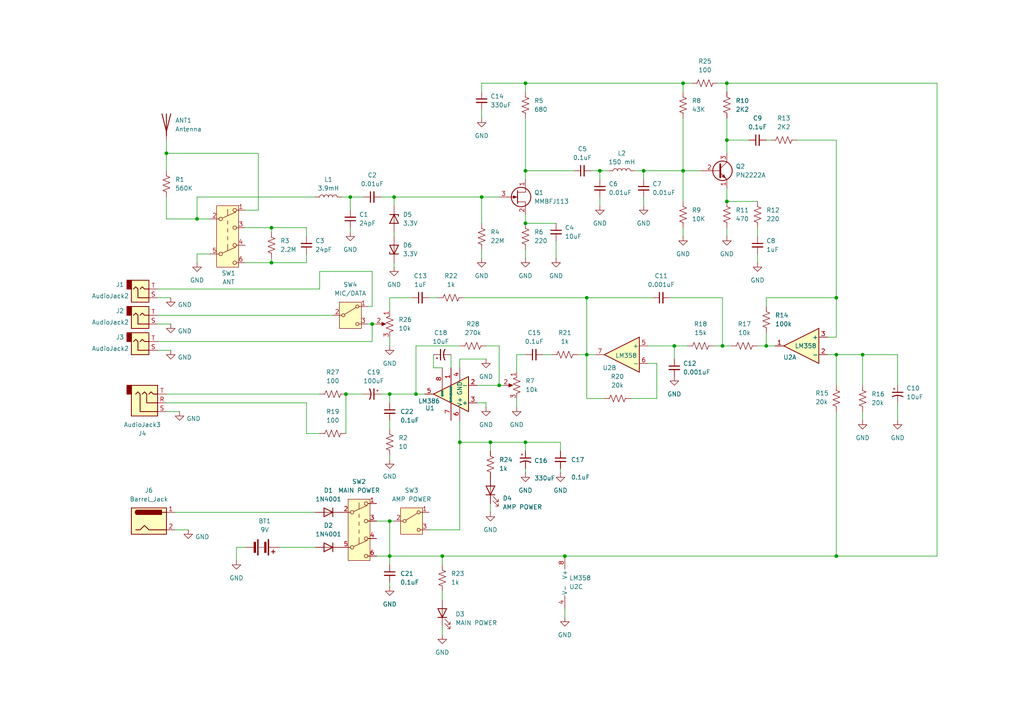
<source format=kicad_sch>
(kicad_sch (version 20231120) (generator "eeschema") (generator_version "8.0")
  (paper "A4")
  (title_block (title "VLF-3 RADIO RECEIVER KIT") (date "2024-09-16") (rev "1C") (company "INSPIRE ") (comment 1 "The INSPIRE Project, Inc. is a NASA educational portfolio program."))
  (lib_symbols
    (symbol "Amplifier_Audio:LM386" (pin_names (offset 0.127))
      (property "Reference" "U" (at 1.27 7.62 0))
      (property "Value" "LM386" (at 1.27 5.08 0))
      (symbol "LM386_1_1"
        (pin input line (at 0 -7.62 90) (length 5.08) (name "GAIN") (number "1"))
        (pin input line (at -7.62 -2.54 0) (length 2.54) (name "-") (number "2"))
        (pin input line (at -7.62 2.54 0) (length 2.54) (name "+") (number "3"))
        (pin power_in line (at -2.54 -7.62 90) (length 3.81) (name "GND") (number "4"))
        (pin output line (at 7.62 0 180) (length 2.54) (name "~") (number "5"))
        (pin power_in line (at -2.54 7.62 270) (length 3.81) (name "V+") (number "6"))
        (pin input line (at 0 7.62 270) (length 5.08) (name "BYPASS") (number "7"))
        (pin input line (at 2.54 -7.62 90) (length 6.35) (name "GAIN") (number "8"))
      )
    )
    (symbol "Amplifier_Operational:LM358" (pin_names (offset 0.127))
      (property "Reference" "U" (at 0 5.08 0))
      (property "Value" "LM358" (at 0 -5.08 0))
      (symbol "LM358_1_1"
        (pin output line (at 7.62 0 180) (length 2.54) (name "~") (number "1"))
        (pin input line (at -7.62 -2.54 0) (length 2.54) (name "-") (number "2"))
        (pin input line (at -7.62 2.54 0) (length 2.54) (name "+") (number "3"))
      )
      (symbol "LM358_2_1"
        (pin input line (at -7.62 2.54 0) (length 2.54) (name "+") (number "5"))
        (pin input line (at -7.62 -2.54 0) (length 2.54) (name "-") (number "6"))
        (pin output line (at 7.62 0 180) (length 2.54) (name "~") (number "7"))
      )
      (symbol "LM358_3_1"
        (pin power_in line (at -2.54 -7.62 90) (length 3.81) (name "V-") (number "4"))
        (pin power_in line (at -2.54 7.62 270) (length 3.81) (name "V+") (number "8"))
      )
    )
    (symbol "Connector:Barrel_Jack" (pin_names (offset 1.016))
      (property "Reference" "J" (at 0 5.334 0))
      (property "Value" "Barrel_Jack" (at 0 -5.08 0))
      (symbol "Barrel_Jack_1_1"
        (pin passive line (at 7.62 2.54 180) (length 2.54) (name "~") (number "1"))
        (pin passive line (at 7.62 -2.54 180) (length 2.54) (name "~") (number "2"))
      )
    )
    (symbol "Connector_Audio:AudioJack2"
      (property "Reference" "J" (at 0 8.89 0))
      (property "Value" "AudioJack2" (at 0 6.35 0))
      (symbol "AudioJack2_1_1"
        (pin passive line (at 5.08 2.54 180) (length 2.54) (name "~") (number "S"))
        (pin passive line (at 5.08 0 180) (length 2.54) (name "~") (number "T"))
      )
    )
    (symbol "Connector_Audio:AudioJack3"
      (property "Reference" "J" (at 0 8.89 0))
      (property "Value" "AudioJack3" (at 0 6.35 0))
      (symbol "AudioJack3_1_1"
        (pin passive line (at 5.08 0 180) (length 2.54) (name "~") (number "R"))
        (pin passive line (at 5.08 2.54 180) (length 2.54) (name "~") (number "S"))
        (pin passive line (at 5.08 -2.54 180) (length 2.54) (name "~") (number "T"))
      )
    )
    (symbol "Device:Antenna" (pin_numbers hide) (pin_names (offset 1.016) hide)
      (property "Reference" "AE" (at -1.905 1.905 0))
      (property "Value" "Antenna" (at -1.905 0 0))
      (symbol "Antenna_1_1"
        (pin input line (at 0 -5.08 90) (length 2.54) (name "A") (number "1"))
      )
    )
    (symbol "Device:Battery" (pin_numbers hide) (pin_names (offset 0) hide)
      (property "Reference" "BT" (at 2.54 2.54 0))
      (property "Value" "Battery" (at 2.54 0 0))
      (symbol "Battery_1_1"
        (pin passive line (at 0 5.08 270) (length 2.54) (name "+") (number "1"))
        (pin passive line (at 0 -5.08 90) (length 2.54) (name "-") (number "2"))
      )
    )
    (symbol "Device:C_Polarized_Small_US" (pin_numbers hide) (pin_names (offset 0.254) hide)
      (property "Reference" "C" (at 0.254 1.778 0))
      (property "Value" "C_Polarized_Small_US" (at 0.254 -2.032 0))
      (symbol "C_Polarized_Small_US_1_1"
        (pin passive line (at 0 2.54 270) (length 2.032) (name "~") (number "1"))
        (pin passive line (at 0 -2.54 90) (length 2.032) (name "~") (number "2"))
      )
    )
    (symbol "Device:C_Small" (pin_numbers hide) (pin_names (offset 0.254) hide)
      (property "Reference" "C" (at 0.254 1.778 0))
      (property "Value" "C_Small" (at 0.254 -2.032 0))
      (symbol "C_Small_1_1"
        (pin passive line (at 0 2.54 270) (length 2.032) (name "~") (number "1"))
        (pin passive line (at 0 -2.54 90) (length 2.032) (name "~") (number "2"))
      )
    )
    (symbol "Device:D_Zener" (pin_numbers hide) (pin_names (offset 1.016) hide)
      (property "Reference" "D" (at 0 2.54 0))
      (property "Value" "D_Zener" (at 0 -2.54 0))
      (symbol "D_Zener_1_1"
        (pin passive line (at -3.81 0 0) (length 2.54) (name "K") (number "1"))
        (pin passive line (at 3.81 0 180) (length 2.54) (name "A") (number "2"))
      )
    )
    (symbol "Device:L" (pin_numbers hide) (pin_names (offset 1.016) hide)
      (property "Reference" "L" (at -1.27 0 90))
      (property "Value" "L" (at 1.905 0 90))
      (symbol "L_1_1"
        (pin passive line (at 0 3.81 270) (length 1.27) (name "1") (number "1"))
        (pin passive line (at 0 -3.81 90) (length 1.27) (name "2") (number "2"))
      )
    )
    (symbol "Device:LED" (pin_numbers hide) (pin_names (offset 1.016) hide)
      (property "Reference" "D" (at 0 2.54 0))
      (property "Value" "LED" (at 0 -2.54 0))
      (symbol "LED_1_1"
        (pin passive line (at -3.81 0 0) (length 2.54) (name "K") (number "1"))
        (pin passive line (at 3.81 0 180) (length 2.54) (name "A") (number "2"))
      )
    )
    (symbol "Device:R_Potentiometer_US" (pin_names (offset 1.016) hide)
      (property "Reference" "RV" (at -4.445 0 90))
      (property "Value" "R_Potentiometer_US" (at -2.54 0 90))
      (symbol "R_Potentiometer_US_1_1"
        (pin passive line (at 0 3.81 270) (length 1.27) (name "1") (number "1"))
        (pin passive line (at 3.81 0 180) (length 1.27) (name "2") (number "2"))
        (pin passive line (at 0 -3.81 90) (length 1.27) (name "3") (number "3"))
      )
    )
    (symbol "Device:R_US" (pin_numbers hide) (pin_names (offset 0))
      (property "Reference" "R" (at 2.54 0 90))
      (property "Value" "R_US" (at -2.54 0 90))
      (symbol "R_US_1_1"
        (pin passive line (at 0 3.81 270) (length 1.27) (name "~") (number "1"))
        (pin passive line (at 0 -3.81 90) (length 1.27) (name "~") (number "2"))
      )
    )
    (symbol "Diode:1N4001" (pin_numbers hide) (pin_names hide)
      (property "Reference" "D" (at 0 2.54 0))
      (property "Value" "1N4001" (at 0 -2.54 0))
      (symbol "1N4001_1_1"
        (pin passive line (at -3.81 0 0) (length 2.54) (name "K") (number "1"))
        (pin passive line (at 3.81 0 180) (length 2.54) (name "A") (number "2"))
      )
    )
    (symbol "Switch:SW_Push_DPDT" (pin_names (offset 0) hide)
      (property "Reference" "SW" (at 0 10.16 0))
      (property "Value" "SW_Push_DPDT" (at 0 -10.16 0))
      (symbol "SW_Push_DPDT_1_1"
        (pin passive line (at 5.08 7.62 180) (length 2.54) (name "A") (number "1"))
        (pin passive line (at -5.08 5.08 0) (length 2.54) (name "B") (number "2"))
        (pin passive line (at 5.08 2.54 180) (length 2.54) (name "C") (number "3"))
        (pin passive line (at 5.08 -2.54 180) (length 2.54) (name "A") (number "4"))
        (pin passive line (at -5.08 -5.08 0) (length 2.54) (name "B") (number "5"))
        (pin passive line (at 5.08 -7.62 180) (length 2.54) (name "C") (number "6"))
      )
    )
    (symbol "Switch:SW_SPDT" (pin_names (offset 0) hide)
      (property "Reference" "SW" (at 0 5.08 0))
      (property "Value" "SW_SPDT" (at 0 -5.08 0))
      (symbol "SW_SPDT_1_1"
        (pin passive line (at 5.08 2.54 180) (length 2.54) (name "A") (number "1"))
        (pin passive line (at -5.08 0 0) (length 2.54) (name "B") (number "2"))
        (pin passive line (at 5.08 -2.54 180) (length 2.54) (name "C") (number "3"))
      )
    )
    (symbol "Transistor_BJT:PN2222A" (pin_names (offset 0) hide)
      (property "Reference" "Q" (at 5.08 1.905 0))
      (property "Value" "PN2222A" (at 5.08 0 0))
      (symbol "PN2222A_1_1"
        (pin passive line (at 2.54 -5.08 90) (length 2.54) (name "E") (number "1"))
        (pin input line (at -5.08 0 0) (length 5.08) (name "B") (number "2"))
        (pin passive line (at 2.54 5.08 270) (length 2.54) (name "C") (number "3"))
      )
    )
    (symbol "Transistor_FET:MMBFJ113" (pin_names hide)
      (property "Reference" "Q" (at 5.08 1.905 0))
      (property "Value" "MMBFJ113" (at 5.08 0 0))
      (symbol "MMBFJ113_1_1"
        (pin passive line (at 2.54 5.08 270) (length 2.54) (name "D") (number "1"))
        (pin passive line (at 2.54 -5.08 90) (length 2.54) (name "S") (number "2"))
        (pin input line (at -5.08 0 0) (length 2.54) (name "G") (number "3"))
      )
    )
    (symbol "power:GND" (power) (pin_numbers hide) (pin_names (offset 0) hide)
      (property "Value" "GND" (at 0 -3.81 0))
      (symbol "GND_1_1"
        (pin power_in line (at 0 0 270) (length 0) (name "~") (number "1"))
      )
    )
  )
  (junction (at 48.26 44.45))
  (junction (at 210.82 40.64))
  (junction (at 78.74 76.2))
  (junction (at 78.74 66.04))
  (junction (at 250.19 102.87))
  (junction (at 170.18 86.36))
  (junction (at 152.4 128.27))
  (junction (at 101.6 57.15))
  (junction (at 139.7 57.15))
  (junction (at 128.27 161.29))
  (junction (at 152.4 24.13))
  (junction (at 114.3 57.15))
  (junction (at 210.82 24.13))
  (junction (at 120.65 114.3))
  (junction (at 113.03 161.29))
  (junction (at 144.78 111.76))
  (junction (at 242.57 86.36))
  (junction (at 113.03 151.13))
  (junction (at 173.99 49.53))
  (junction (at 100.33 114.3))
  (junction (at 163.83 161.29))
  (junction (at 195.58 100.33))
  (junction (at 170.18 102.87))
  (junction (at 113.03 114.3))
  (junction (at 242.57 161.29))
  (junction (at 222.25 100.33))
  (junction (at 198.12 24.13))
  (junction (at 142.24 128.27))
  (junction (at 133.35 128.27))
  (junction (at 242.57 102.87))
  (junction (at 152.4 49.53))
  (junction (at 209.55 100.33))
  (junction (at 198.12 49.53))
  (junction (at 210.82 58.42))
  (junction (at 186.69 49.53))
  (junction (at 107.95 93.98))
  (junction (at 152.4 64.77))
  (junction (at 57.15 63.5))
  (wire (pts (xy 45.72 86.36) (xy 49.53 86.36)))
  (wire (pts (xy 142.24 130.81) (xy 142.24 128.27)))
  (wire (pts (xy 152.4 128.27) (xy 162.56 128.27)))
  (wire (pts (xy 207.01 100.33) (xy 209.55 100.33)))
  (wire (pts (xy 48.26 63.5) (xy 57.15 63.5)))
  (wire (pts (xy 222.25 40.64) (xy 223.52 40.64)))
  (wire (pts (xy 242.57 86.36) (xy 222.25 86.36)))
  (wire (pts (xy 186.69 57.15) (xy 186.69 59.69)))
  (wire (pts (xy 152.4 34.29) (xy 152.4 49.53)))
  (wire (pts (xy 142.24 146.05) (xy 142.24 148.59)))
  (wire (pts (xy 48.26 44.45) (xy 48.26 49.53)))
  (wire (pts (xy 113.03 132.08) (xy 113.03 133.35)))
  (wire (pts (xy 231.14 40.64) (xy 242.57 40.64)))
  (wire (pts (xy 186.69 49.53) (xy 186.69 52.07)))
  (wire (pts (xy 242.57 161.29) (xy 271.78 161.29)))
  (wire (pts (xy 139.7 26.67) (xy 139.7 24.13)))
  (wire (pts (xy 101.6 57.15) (xy 105.41 57.15)))
  (wire (pts (xy 198.12 58.42) (xy 198.12 49.53)))
  (wire (pts (xy 109.22 151.13) (xy 113.03 151.13)))
  (wire (pts (xy 45.72 83.82) (xy 92.71 83.82)))
  (wire (pts (xy 78.74 66.04) (xy 88.9 66.04)))
  (wire (pts (xy 78.74 66.04) (xy 78.74 67.31)))
  (wire (pts (xy 152.4 64.77) (xy 161.29 64.77)))
  (wire (pts (xy 152.4 24.13) (xy 152.4 26.67)))
  (wire (pts (xy 152.4 24.13) (xy 198.12 24.13)))
  (wire (pts (xy 107.95 99.06) (xy 107.95 93.98)))
  (wire (pts (xy 48.26 57.15) (xy 48.26 63.5)))
  (wire (pts (xy 242.57 97.79) (xy 242.57 86.36)))
  (wire (pts (xy 170.18 102.87) (xy 170.18 86.36)))
  (wire (pts (xy 198.12 34.29) (xy 198.12 49.53)))
  (wire (pts (xy 222.25 100.33) (xy 224.79 100.33)))
  (wire (pts (xy 133.35 104.14) (xy 140.97 104.14)))
  (wire (pts (xy 133.35 100.33) (xy 120.65 100.33)))
  (wire (pts (xy 101.6 66.04) (xy 101.6 67.31)))
  (wire (pts (xy 149.86 102.87) (xy 149.86 107.95)))
  (wire (pts (xy 68.58 158.75) (xy 71.12 158.75)))
  (wire (pts (xy 172.72 102.87) (xy 170.18 102.87)))
  (wire (pts (xy 113.03 121.92) (xy 113.03 124.46)))
  (wire (pts (xy 271.78 24.13) (xy 210.82 24.13)))
  (wire (pts (xy 113.03 151.13) (xy 113.03 161.29)))
  (wire (pts (xy 157.48 102.87) (xy 160.02 102.87)))
  (wire (pts (xy 113.03 161.29) (xy 109.22 161.29)))
  (wire (pts (xy 92.71 78.74) (xy 107.95 78.74)))
  (wire (pts (xy 113.03 151.13) (xy 114.3 151.13)))
  (wire (pts (xy 242.57 40.64) (xy 242.57 86.36)))
  (wire (pts (xy 222.25 96.52) (xy 222.25 100.33)))
  (wire (pts (xy 81.28 158.75) (xy 91.44 158.75)))
  (wire (pts (xy 120.65 114.3) (xy 123.19 114.3)))
  (wire (pts (xy 152.4 49.53) (xy 166.37 49.53)))
  (wire (pts (xy 242.57 102.87) (xy 242.57 111.76)))
  (wire (pts (xy 210.82 34.29) (xy 210.82 40.64)))
  (wire (pts (xy 190.5 115.57) (xy 182.88 115.57)))
  (wire (pts (xy 198.12 49.53) (xy 203.2 49.53)))
  (wire (pts (xy 114.3 76.2) (xy 114.3 77.47)))
  (wire (pts (xy 107.95 78.74) (xy 107.95 88.9)))
  (wire (pts (xy 48.26 119.38) (xy 52.07 119.38)))
  (wire (pts (xy 163.83 161.29) (xy 242.57 161.29)))
  (wire (pts (xy 92.71 83.82) (xy 92.71 78.74)))
  (wire (pts (xy 100.33 114.3) (xy 100.33 125.73)))
  (wire (pts (xy 210.82 24.13) (xy 210.82 26.67)))
  (wire (pts (xy 114.3 59.69) (xy 114.3 57.15)))
  (wire (pts (xy 163.83 179.07) (xy 163.83 176.53)))
  (wire (pts (xy 144.78 111.76) (xy 146.05 111.76)))
  (wire (pts (xy 124.46 153.67) (xy 133.35 153.67)))
  (wire (pts (xy 195.58 100.33) (xy 195.58 104.14)))
  (wire (pts (xy 210.82 40.64) (xy 217.17 40.64)))
  (wire (pts (xy 152.4 62.23) (xy 152.4 64.77)))
  (wire (pts (xy 140.97 116.84) (xy 140.97 118.11)))
  (wire (pts (xy 139.7 57.15) (xy 139.7 64.77)))
  (wire (pts (xy 113.03 114.3) (xy 120.65 114.3)))
  (wire (pts (xy 133.35 128.27) (xy 142.24 128.27)))
  (wire (pts (xy 113.03 161.29) (xy 128.27 161.29)))
  (wire (pts (xy 57.15 57.15) (xy 57.15 63.5)))
  (wire (pts (xy 100.33 114.3) (xy 105.41 114.3)))
  (wire (pts (xy 187.96 105.41) (xy 190.5 105.41)))
  (wire (pts (xy 162.56 128.27) (xy 162.56 130.81)))
  (wire (pts (xy 88.9 76.2) (xy 88.9 73.66)))
  (wire (pts (xy 113.03 170.18) (xy 113.03 168.91)))
  (wire (pts (xy 45.72 93.98) (xy 49.53 93.98)))
  (wire (pts (xy 210.82 44.45) (xy 210.82 40.64)))
  (wire (pts (xy 71.12 76.2) (xy 78.74 76.2)))
  (wire (pts (xy 195.58 100.33) (xy 199.39 100.33)))
  (wire (pts (xy 250.19 119.38) (xy 250.19 121.92)))
  (wire (pts (xy 250.19 111.76) (xy 250.19 102.87)))
  (wire (pts (xy 200.66 24.13) (xy 198.12 24.13)))
  (wire (pts (xy 101.6 60.96) (xy 101.6 57.15)))
  (wire (pts (xy 222.25 86.36) (xy 222.25 88.9)))
  (wire (pts (xy 152.4 137.16) (xy 152.4 135.89)))
  (wire (pts (xy 209.55 100.33) (xy 212.09 100.33)))
  (wire (pts (xy 88.9 116.84) (xy 88.9 125.73)))
  (wire (pts (xy 114.3 67.31) (xy 114.3 68.58)))
  (wire (pts (xy 45.72 91.44) (xy 96.52 91.44)))
  (wire (pts (xy 138.43 116.84) (xy 140.97 116.84)))
  (wire (pts (xy 128.27 161.29) (xy 163.83 161.29)))
  (wire (pts (xy 242.57 102.87) (xy 250.19 102.87)))
  (wire (pts (xy 187.96 100.33) (xy 195.58 100.33)))
  (wire (pts (xy 210.82 58.42) (xy 219.71 58.42)))
  (wire (pts (xy 78.74 74.93) (xy 78.74 76.2)))
  (wire (pts (xy 107.95 93.98) (xy 109.22 93.98)))
  (wire (pts (xy 138.43 111.76) (xy 144.78 111.76)))
  (wire (pts (xy 152.4 128.27) (xy 152.4 130.81)))
  (wire (pts (xy 128.27 171.45) (xy 128.27 173.99)))
  (wire (pts (xy 260.35 111.76) (xy 260.35 102.87)))
  (wire (pts (xy 128.27 106.68) (xy 125.73 106.68)))
  (wire (pts (xy 124.46 86.36) (xy 127 86.36)))
  (wire (pts (xy 57.15 63.5) (xy 60.96 63.5)))
  (wire (pts (xy 173.99 49.53) (xy 173.99 52.07)))
  (wire (pts (xy 198.12 24.13) (xy 198.12 26.67)))
  (wire (pts (xy 130.81 102.87) (xy 130.81 106.68)))
  (wire (pts (xy 119.38 86.36) (xy 113.03 86.36)))
  (wire (pts (xy 50.8 153.67) (xy 54.61 153.67)))
  (wire (pts (xy 113.03 86.36) (xy 113.03 90.17)))
  (wire (pts (xy 271.78 161.29) (xy 271.78 24.13)))
  (wire (pts (xy 88.9 66.04) (xy 88.9 68.58)))
  (wire (pts (xy 173.99 57.15) (xy 173.99 59.69)))
  (wire (pts (xy 170.18 115.57) (xy 170.18 102.87)))
  (wire (pts (xy 134.62 86.36) (xy 170.18 86.36)))
  (wire (pts (xy 68.58 158.75) (xy 68.58 162.56)))
  (wire (pts (xy 133.35 128.27) (xy 133.35 153.67)))
  (wire (pts (xy 113.03 161.29) (xy 113.03 163.83)))
  (wire (pts (xy 209.55 86.36) (xy 209.55 100.33)))
  (wire (pts (xy 173.99 49.53) (xy 176.53 49.53)))
  (wire (pts (xy 45.72 101.6) (xy 49.53 101.6)))
  (wire (pts (xy 162.56 137.16) (xy 162.56 135.89)))
  (wire (pts (xy 198.12 66.04) (xy 198.12 68.58)))
  (wire (pts (xy 240.03 102.87) (xy 242.57 102.87)))
  (wire (pts (xy 175.26 115.57) (xy 170.18 115.57)))
  (wire (pts (xy 133.35 106.68) (xy 133.35 104.14)))
  (wire (pts (xy 210.82 54.61) (xy 210.82 58.42)))
  (wire (pts (xy 48.26 114.3) (xy 92.71 114.3)))
  (wire (pts (xy 219.71 100.33) (xy 222.25 100.33)))
  (wire (pts (xy 219.71 66.04) (xy 219.71 68.58)))
  (wire (pts (xy 260.35 116.84) (xy 260.35 121.92)))
  (wire (pts (xy 161.29 69.85) (xy 161.29 74.93)))
  (wire (pts (xy 208.28 24.13) (xy 210.82 24.13)))
  (wire (pts (xy 240.03 97.79) (xy 242.57 97.79)))
  (wire (pts (xy 48.26 116.84) (xy 88.9 116.84)))
  (wire (pts (xy 114.3 57.15) (xy 139.7 57.15)))
  (wire (pts (xy 48.26 44.45) (xy 74.93 44.45)))
  (wire (pts (xy 149.86 115.57) (xy 149.86 118.11)))
  (wire (pts (xy 128.27 181.61) (xy 128.27 184.15)))
  (wire (pts (xy 139.7 72.39) (xy 139.7 74.93)))
  (wire (pts (xy 113.03 116.84) (xy 113.03 114.3)))
  (wire (pts (xy 186.69 49.53) (xy 198.12 49.53)))
  (wire (pts (xy 128.27 161.29) (xy 128.27 163.83)))
  (wire (pts (xy 152.4 102.87) (xy 149.86 102.87)))
  (wire (pts (xy 113.03 97.79) (xy 113.03 100.33)))
  (wire (pts (xy 91.44 57.15) (xy 57.15 57.15)))
  (wire (pts (xy 71.12 60.96) (xy 74.93 60.96)))
  (wire (pts (xy 99.06 57.15) (xy 101.6 57.15)))
  (wire (pts (xy 106.68 88.9) (xy 107.95 88.9)))
  (wire (pts (xy 139.7 24.13) (xy 152.4 24.13)))
  (wire (pts (xy 171.45 49.53) (xy 173.99 49.53)))
  (wire (pts (xy 144.78 111.76) (xy 144.78 100.33)))
  (wire (pts (xy 142.24 128.27) (xy 152.4 128.27)))
  (wire (pts (xy 242.57 161.29) (xy 242.57 119.38)))
  (wire (pts (xy 190.5 105.41) (xy 190.5 115.57)))
  (wire (pts (xy 144.78 57.15) (xy 139.7 57.15)))
  (wire (pts (xy 74.93 60.96) (xy 74.93 44.45)))
  (wire (pts (xy 184.15 49.53) (xy 186.69 49.53)))
  (wire (pts (xy 50.8 148.59) (xy 91.44 148.59)))
  (wire (pts (xy 170.18 86.36) (xy 189.23 86.36)))
  (wire (pts (xy 133.35 121.92) (xy 133.35 128.27)))
  (wire (pts (xy 219.71 73.66) (xy 219.71 76.2)))
  (wire (pts (xy 106.68 93.98) (xy 107.95 93.98)))
  (wire (pts (xy 110.49 57.15) (xy 114.3 57.15)))
  (wire (pts (xy 45.72 99.06) (xy 107.95 99.06)))
  (wire (pts (xy 125.73 106.68) (xy 125.73 102.87)))
  (wire (pts (xy 120.65 100.33) (xy 120.65 114.3)))
  (wire (pts (xy 152.4 52.07) (xy 152.4 49.53)))
  (wire (pts (xy 48.26 40.64) (xy 48.26 44.45)))
  (wire (pts (xy 110.49 114.3) (xy 113.03 114.3)))
  (wire (pts (xy 78.74 76.2) (xy 88.9 76.2)))
  (wire (pts (xy 71.12 66.04) (xy 78.74 66.04)))
  (wire (pts (xy 194.31 86.36) (xy 209.55 86.36)))
  (wire (pts (xy 167.64 102.87) (xy 170.18 102.87)))
  (wire (pts (xy 57.15 73.66) (xy 57.15 76.2)))
  (wire (pts (xy 152.4 72.39) (xy 152.4 74.93)))
  (wire (pts (xy 60.96 73.66) (xy 57.15 73.66)))
  (wire (pts (xy 140.97 100.33) (xy 144.78 100.33)))
  (wire (pts (xy 260.35 102.87) (xy 250.19 102.87)))
  (wire (pts (xy 139.7 31.75) (xy 139.7 34.29)))
  (wire (pts (xy 88.9 125.73) (xy 92.71 125.73)))
  (wire (pts (xy 210.82 66.04) (xy 210.82 68.58)))
  (symbol (lib_id "Device:C_Small") (at 186.69 54.61 0) (unit 1)
    (property "Reference" "C7" (at 189.23 53.3462 0) (effects (justify left)))
    (property "Value" "0.01uF" (at 189.23 55.8862 0) (effects (justify left)))
    (property "Footprint" "Capacitor_THT:C_Disc_D6.0mm_W2.5mm_P5.00mm" (effects (hide yes)))
    (property "Description" "Unpolarized capacitor, small symbol" (effects (hide yes)))
  )
  (symbol (lib_id "Device:R_US") (at 163.83 102.87 90) (unit 1)
    (property "Reference" "R21" (at 163.83 96.52 90))
    (property "Value" "1k" (at 163.83 99.06 90))
    (property "Footprint" "Resistor_THT:R_Axial_DIN0204_L3.6mm_D1.6mm_P7.62mm_Horizontal" (effects (hide yes)))
    (property "Description" "Resistor, US symbol" (effects (hide yes)))
  )
  (symbol (lib_id "Device:C_Small") (at 168.91 49.53 90) (unit 1)
    (property "Reference" "C5" (at 168.9163 43.18 90))
    (property "Value" "0.1uF" (at 168.9163 45.72 90))
    (property "Footprint" "Capacitor_THT:C_Disc_D6.0mm_W2.5mm_P5.00mm" (effects (hide yes)))
    (property "Description" "Unpolarized capacitor, small symbol" (effects (hide yes)))
  )
  (symbol (lib_id "power:GND") (at 139.7 74.93 0) (unit 1)
    (property "Reference" "#PWR022" (effects (hide yes)))
    (property "Value" "GND" (at 139.7 80.01 0))
    (property "Description" "Power symbol creates a global label with name \"GND\" , ground" (effects (hide yes)))
  )
  (symbol (lib_id "power:GND") (at 113.03 100.33 0) (unit 1)
    (property "Reference" "#PWR014" (effects (hide yes)))
    (property "Value" "GND" (at 113.03 105.41 0))
    (property "Description" "Power symbol creates a global label with name \"GND\" , ground" (effects (hide yes)))
  )
  (symbol (lib_id "Transistor_BJT:PN2222A") (at 208.28 49.53 0) (unit 1)
    (property "Reference" "Q2" (at 213.36 48.2599 0) (effects (justify left)))
    (property "Value" "PN2222A" (at 213.36 50.7999 0) (effects (justify left)))
    (property "Footprint" "Package_TO_SOT_THT:TO-92_Inline" (effects (hide yes)))
    (property "Datasheet" "https://www.onsemi.com/pub/Collateral/PN2222-D.PDF" (effects (hide yes)))
    (property "Description" "1A Ic, 40V Vce, NPN Transistor, General Purpose Transistor, TO-92" (effects (hide yes)))
  )
  (symbol (lib_id "Device:R_US") (at 137.16 100.33 90) (unit 1)
    (property "Reference" "R28" (at 137.16 93.98 90))
    (property "Value" "270k" (at 137.16 96.52 90))
    (property "Footprint" "Resistor_THT:R_Axial_DIN0204_L3.6mm_D1.6mm_P7.62mm_Horizontal" (effects (hide yes)))
    (property "Description" "Resistor, US symbol" (effects (hide yes)))
  )
  (symbol (lib_id "Connector_Audio:AudioJack3") (at 43.18 116.84 0) (mirror x) (unit 1)
    (property "Reference" "J4" (at 41.275 125.73 0))
    (property "Value" "AudioJack3" (at 41.275 123.19 0))
    (property "Footprint" "Connector_Audio:Jack_3.5mm_PJ320D_Horizontal" (effects (hide yes)))
    (property "Description" "Audio Jack, 3 Poles (Stereo / TRS)" (effects (hide yes)))
  )
  (symbol (lib_id "Device:R_US") (at 152.4 68.58 0) (unit 1)
    (property "Reference" "R6" (at 154.94 67.3099 0) (effects (justify left)))
    (property "Value" "220" (at 154.94 69.8499 0) (effects (justify left)))
    (property "Footprint" "Resistor_THT:R_Axial_DIN0204_L3.6mm_D1.6mm_P7.62mm_Horizontal" (effects (hide yes)))
    (property "Description" "Resistor, US symbol" (effects (hide yes)))
  )
  (symbol (lib_id "Device:C_Polarized_Small_US") (at 107.95 114.3 270) (unit 1)
    (property "Reference" "C19" (at 108.3818 107.95 90))
    (property "Value" "100uF" (at 108.3818 110.49 90))
    (property "Footprint" "Capacitor_THT:CP_Radial_D5.0mm_P2.50mm" (effects (hide yes)))
    (property "Description" "Polarized capacitor, small US symbol" (effects (hide yes)))
  )
  (symbol (lib_id "Device:R_US") (at 227.33 40.64 90) (unit 1)
    (property "Reference" "R13" (at 227.33 34.29 90))
    (property "Value" "2K2" (at 227.33 36.83 90))
    (property "Footprint" "Resistor_THT:R_Axial_DIN0204_L3.6mm_D1.6mm_P7.62mm_Horizontal" (effects (hide yes)))
    (property "Description" "Resistor, US symbol" (effects (hide yes)))
  )
  (symbol (lib_id "power:GND") (at 140.97 104.14 0) (unit 1)
    (property "Reference" "#PWR07" (effects (hide yes)))
    (property "Value" "GND" (at 140.97 109.22 0))
    (property "Description" "Power symbol creates a global label with name \"GND\" , ground" (effects (hide yes)))
  )
  (symbol (lib_id "power:GND") (at 68.58 162.56 0) (unit 1)
    (property "Reference" "#PWR033" (effects (hide yes)))
    (property "Value" "GND" (at 68.58 167.64 0))
    (property "Description" "Power symbol creates a global label with name \"GND\" , ground" (effects (hide yes)))
  )
  (symbol (lib_id "Device:C_Small") (at 195.58 106.68 0) (unit 1)
    (property "Reference" "C12" (at 198.12 105.4162 0) (effects (justify left)))
    (property "Value" "0.001uF" (at 198.12 107.9562 0) (effects (justify left)))
    (property "Footprint" "Capacitor_THT:C_Disc_D6.0mm_W2.5mm_P5.00mm" (effects (hide yes)))
    (property "Description" "Unpolarized capacitor, small symbol" (effects (hide yes)))
  )
  (symbol (lib_id "Switch:SW_Push_DPDT") (at 66.04 68.58 0) (unit 1)
    (property "Reference" "SW1" (at 66.294 79.248 0))
    (property "Value" "ANT" (at 66.294 81.788 0))
    (property "Footprint" "Button_Switch_THT:SW_Push_2P2T_Toggle_CK_PVA2OAH5xxxxxxV2" (effects (hide yes)))
    (property "Description" "Momentary Switch, dual pole double throw" (effects (hide yes)))
  )
  (symbol (lib_id "Connector_Audio:AudioJack2") (at 40.64 91.44 0) (mirror x) (unit 1)
    (property "Reference" "J2" (at 34.798 90.17 0))
    (property "Value" "AudioJack2" (at 32.004 93.472 0))
    (property "Footprint" "Connector_Audio:Jack_3.5mm_CUI_SJ1-3533NG_Horizontal_CircularHoles" (effects (hide yes)))
    (property "Description" "Audio Jack, 2 Poles (Mono / TS)" (effects (hide yes)))
  )
  (symbol (lib_id "power:GND") (at 49.53 86.36 0) (unit 1)
    (property "Reference" "#PWR015" (effects (hide yes)))
    (property "Value" "GND" (at 53.594 88.392 0))
    (property "Description" "Power symbol creates a global label with name \"GND\" , ground" (effects (hide yes)))
  )
  (symbol (lib_id "power:GND") (at 195.58 109.22 0) (unit 1)
    (property "Reference" "#PWR08" (effects (hide yes)))
    (property "Value" "GND" (at 195.58 114.3 0))
    (property "Description" "Power symbol creates a global label with name \"GND\" , ground" (effects (hide yes)))
  )
  (symbol (lib_id "Device:C_Small") (at 154.94 102.87 90) (unit 1)
    (property "Reference" "C15" (at 154.9463 96.52 90))
    (property "Value" "0.1uF" (at 154.9463 99.06 90))
    (property "Footprint" "Capacitor_THT:C_Disc_D6.0mm_W2.5mm_P5.00mm" (effects (hide yes)))
    (property "Description" "Unpolarized capacitor, small symbol" (effects (hide yes)))
  )
  (symbol (lib_id "Device:Battery") (at 76.2 158.75 270) (unit 1)
    (property "Reference" "BT1" (at 76.7715 151.13 90))
    (property "Value" "9V" (at 76.7715 153.67 90))
    (property "Description" "Multiple-cell battery" (effects (hide yes)))
  )
  (symbol (lib_id "power:GND") (at 101.6 67.31 0) (unit 1)
    (property "Reference" "#PWR026" (effects (hide yes)))
    (property "Value" "GND" (at 101.6 72.39 0))
    (property "Description" "Power symbol creates a global label with name \"GND\" , ground" (effects (hide yes)))
  )
  (symbol (lib_id "Device:C_Small") (at 113.03 166.37 0) (unit 1)
    (property "Reference" "C21" (at 116.078 166.37 0) (effects (justify left)))
    (property "Value" "0.1uF" (at 116.078 168.91 0) (effects (justify left)))
    (property "Footprint" "Capacitor_THT:C_Disc_D6.0mm_W2.5mm_P5.00mm" (effects (hide yes)))
    (property "Description" "Unpolarized capacitor, small symbol" (effects (hide yes)))
  )
  (symbol (lib_id "Device:R_US") (at 204.47 24.13 270) (unit 1)
    (property "Reference" "R25" (at 204.47 17.78 90))
    (property "Value" "100" (at 204.47 20.32 90))
    (property "Footprint" "Resistor_THT:R_Axial_DIN0204_L3.6mm_D1.6mm_P7.62mm_Horizontal" (effects (hide yes)))
    (property "Description" "Resistor, US symbol" (effects (hide yes)))
  )
  (symbol (lib_id "Switch:SW_SPDT") (at 119.38 151.13 0) (unit 1)
    (property "Reference" "SW3" (at 119.38 142.24 0))
    (property "Value" "AMP POWER" (at 119.38 144.78 0))
    (property "Footprint" "Button_Switch_THT:SW_E-Switch_EG1271_SPDT" (effects (hide yes)))
    (property "Description" "Switch, single pole double throw" (effects (hide yes)))
  )
  (symbol (lib_id "Switch:SW_Push_DPDT") (at 104.14 153.67 0) (unit 1)
    (property "Reference" "SW2" (at 104.14 139.7 0))
    (property "Value" "MAIN POWER" (at 104.14 142.24 0))
    (property "Footprint" "Button_Switch_THT:SW_Push_2P2T_Toggle_CK_PVA2OAH5xxxxxxV2" (effects (hide yes)))
    (property "Description" "Momentary Switch, dual pole double throw" (effects (hide yes)))
  )
  (symbol (lib_id "Device:R_US") (at 152.4 30.48 0) (unit 1)
    (property "Reference" "R5" (at 154.94 29.2099 0) (effects (justify left)))
    (property "Value" "680" (at 154.94 31.7499 0) (effects (justify left)))
    (property "Footprint" "Resistor_THT:R_Axial_DIN0204_L3.6mm_D1.6mm_P7.62mm_Horizontal" (effects (hide yes)))
    (property "Description" "Resistor, US symbol" (effects (hide yes)))
  )
  (symbol (lib_id "Amplifier_Operational:LM358") (at 180.34 102.87 0) (mirror y) (unit 2)
    (property "Reference" "U2" (at 176.784 106.68 0))
    (property "Value" "LM358" (at 181.61 103.124 0))
    (property "Footprint" "Package_DIP:DIP-8-16_W7.62mm_Socket_LongPads" (effects (hide yes)))
    (property "Datasheet" "http://www.ti.com/lit/ds/symlink/lm2904-n.pdf" (effects (hide yes)))
    (property "Description" "Low-Power, Dual Operational Amplifiers, DIP-8/SOIC-8/TO-99-8" (effects (hide yes)))
  )
  (symbol (lib_id "Device:C_Small") (at 219.71 71.12 0) (unit 1)
    (property "Reference" "C8" (at 222.25 69.8562 0) (effects (justify left)))
    (property "Value" "1uF" (at 222.25 72.3962 0) (effects (justify left)))
    (property "Footprint" "Capacitor_THT:C_Disc_D6.0mm_W2.5mm_P5.00mm" (effects (hide yes)))
    (property "Description" "Unpolarized capacitor, small symbol" (effects (hide yes)))
  )
  (symbol (lib_id "Device:R_US") (at 48.26 53.34 0) (unit 1)
    (property "Reference" "R1" (at 50.8 52.0699 0) (effects (justify left)))
    (property "Value" "560K" (at 50.8 54.6099 0) (effects (justify left)))
    (property "Footprint" "Resistor_THT:R_Axial_DIN0204_L3.6mm_D1.6mm_P7.62mm_Horizontal" (effects (hide yes)))
    (property "Description" "Resistor, US symbol" (effects (hide yes)))
  )
  (symbol (lib_id "power:GND") (at 198.12 68.58 0) (unit 1)
    (property "Reference" "#PWR016" (effects (hide yes)))
    (property "Value" "GND" (at 198.12 73.66 0))
    (property "Description" "Power symbol creates a global label with name \"GND\" , ground" (effects (hide yes)))
  )
  (symbol (lib_id "power:GND") (at 114.3 77.47 0) (unit 1)
    (property "Reference" "#PWR025" (effects (hide yes)))
    (property "Value" "GND" (at 114.3 82.55 0))
    (property "Description" "Power symbol creates a global label with name \"GND\" , ground" (effects (hide yes)))
  )
  (symbol (lib_id "Device:C_Polarized_Small_US") (at 128.27 102.87 90) (unit 1)
    (property "Reference" "C18" (at 127.8382 96.52 90))
    (property "Value" "10uF" (at 127.8382 99.06 90))
    (property "Footprint" "Capacitor_THT:CP_Radial_D5.0mm_P2.50mm" (effects (hide yes)))
    (property "Description" "Polarized capacitor, small US symbol" (effects (hide yes)))
  )
  (symbol (lib_id "Device:R_US") (at 198.12 62.23 0) (unit 1)
    (property "Reference" "R9" (at 200.66 60.9599 0) (effects (justify left)))
    (property "Value" "10K" (at 200.66 63.4999 0) (effects (justify left)))
    (property "Footprint" "Resistor_THT:R_Axial_DIN0204_L3.6mm_D1.6mm_P7.62mm_Horizontal" (effects (hide yes)))
    (property "Description" "Resistor, US symbol" (effects (hide yes)))
  )
  (symbol (lib_id "Device:R_US") (at 128.27 167.64 180) (unit 1)
    (property "Reference" "R23" (at 130.81 166.3699 0) (effects (justify right)))
    (property "Value" "1k" (at 130.81 168.9099 0) (effects (justify right)))
    (property "Footprint" "Resistor_THT:R_Axial_DIN0204_L3.6mm_D1.6mm_P7.62mm_Horizontal" (effects (hide yes)))
    (property "Description" "Resistor, US symbol" (effects (hide yes)))
  )
  (symbol (lib_id "Device:C_Polarized_Small_US") (at 260.35 114.3 0) (unit 1)
    (property "Reference" "C10" (at 262.89 112.5981 0) (effects (justify left)))
    (property "Value" "10uF" (at 262.89 115.1381 0) (effects (justify left)))
    (property "Footprint" "Capacitor_THT:C_Disc_D6.0mm_W2.5mm_P5.00mm" (effects (hide yes)))
    (property "Description" "Polarized capacitor, small US symbol" (effects (hide yes)))
  )
  (symbol (lib_id "Switch:SW_SPDT") (at 101.6 91.44 0) (unit 1)
    (property "Reference" "SW4" (at 101.6 82.55 0))
    (property "Value" "MIC/DATA" (at 101.6 85.09 0))
    (property "Footprint" "Button_Switch_THT:SW_E-Switch_EG1271_SPDT" (effects (hide yes)))
    (property "Description" "Switch, single pole double throw" (effects (hide yes)))
  )
  (symbol (lib_id "power:GND") (at 113.03 133.35 0) (unit 1)
    (property "Reference" "#PWR013" (effects (hide yes)))
    (property "Value" "GND" (at 113.03 138.176 0))
    (property "Description" "Power symbol creates a global label with name \"GND\" , ground" (effects (hide yes)))
  )
  (symbol (lib_id "power:GND") (at 250.19 121.92 0) (unit 1)
    (property "Reference" "#PWR03" (effects (hide yes)))
    (property "Value" "GND" (at 250.19 127 0))
    (property "Description" "Power symbol creates a global label with name \"GND\" , ground" (effects (hide yes)))
  )
  (symbol (lib_id "Device:R_US") (at 210.82 62.23 0) (unit 1)
    (property "Reference" "R11" (at 213.36 60.9599 0) (effects (justify left)))
    (property "Value" "470" (at 213.36 63.4999 0) (effects (justify left)))
    (property "Footprint" "Resistor_THT:R_Axial_DIN0204_L3.6mm_D1.6mm_P7.62mm_Horizontal" (effects (hide yes)))
    (property "Description" "Resistor, US symbol" (effects (hide yes)))
  )
  (symbol (lib_id "power:GND") (at 161.29 74.93 0) (unit 1)
    (property "Reference" "#PWR024" (effects (hide yes)))
    (property "Value" "GND" (at 161.29 80.01 0))
    (property "Description" "Power symbol creates a global label with name \"GND\" , ground" (effects (hide yes)))
  )
  (symbol (lib_id "Device:R_Potentiometer_US") (at 149.86 111.76 0) (mirror y) (unit 1)
    (property "Reference" "R7" (at 152.4 110.4899 0) (effects (justify right)))
    (property "Value" "10k" (at 152.4 113.0299 0) (effects (justify right)))
    (property "Footprint" "Potentiometer_THT:Potentiometer_Alps_RK163_Single_Horizontal" (effects (hide yes)))
    (property "Description" "Potentiometer, US symbol" (effects (hide yes)))
  )
  (symbol (lib_id "Connector:Barrel_Jack") (at 43.18 151.13 0) (unit 1)
    (property "Reference" "J6" (at 43.18 142.24 0))
    (property "Value" "Barrel_Jack" (at 43.18 144.78 0))
    (property "Footprint" "Connector_BarrelJack:BarrelJack_CUI_PJ-063AH_Horizontal_CircularHoles" (effects (hide yes)))
    (property "Description" "DC Barrel Jack" (effects (hide yes)))
  )
  (symbol (lib_id "power:GND") (at 113.03 170.18 0) (unit 1)
    (property "Reference" "#PWR012" (effects (hide yes)))
    (property "Value" "GND" (at 113.03 175.26 0))
    (property "Description" "Power symbol creates a global label with name \"GND\" , ground" (effects (hide yes)))
  )
  (symbol (lib_id "Device:R_US") (at 139.7 68.58 0) (unit 1)
    (property "Reference" "R4" (at 142.24 67.3099 0) (effects (justify left)))
    (property "Value" "22M" (at 142.24 69.8499 0) (effects (justify left)))
    (property "Footprint" "Resistor_THT:R_Axial_DIN0204_L3.6mm_D1.6mm_P7.62mm_Horizontal" (effects (hide yes)))
    (property "Description" "Resistor, US symbol" (effects (hide yes)))
  )
  (symbol (lib_id "Device:C_Small") (at 162.56 133.35 0) (unit 1)
    (property "Reference" "C17" (at 165.608 133.35 0) (effects (justify left)))
    (property "Value" "0.1uF" (at 165.608 138.43 0) (effects (justify left)))
    (property "Footprint" "Capacitor_THT:C_Disc_D6.0mm_W2.5mm_P5.00mm" (effects (hide yes)))
    (property "Description" "Unpolarized capacitor, small symbol" (effects (hide yes)))
  )
  (symbol (lib_id "power:GND") (at 57.15 76.2 0) (unit 1)
    (property "Reference" "#PWR027" (effects (hide yes)))
    (property "Value" "GND" (at 57.15 81.28 0))
    (property "Description" "Power symbol creates a global label with name \"GND\" , ground" (effects (hide yes)))
  )
  (symbol (lib_id "power:GND") (at 152.4 74.93 0) (unit 1)
    (property "Reference" "#PWR023" (effects (hide yes)))
    (property "Value" "GND" (at 152.4 80.01 0))
    (property "Description" "Power symbol creates a global label with name \"GND\" , ground" (effects (hide yes)))
  )
  (symbol (lib_id "Device:C_Small") (at 121.92 86.36 90) (unit 1)
    (property "Reference" "C13" (at 121.9263 80.01 90))
    (property "Value" "1uF" (at 121.9263 82.55 90))
    (property "Footprint" "Capacitor_THT:C_Disc_D6.0mm_W2.5mm_P5.00mm" (effects (hide yes)))
    (property "Description" "Unpolarized capacitor, small symbol" (effects (hide yes)))
  )
  (symbol (lib_id "Device:C_Small") (at 139.7 29.21 0) (unit 1)
    (property "Reference" "C14" (at 142.24 27.9462 0) (effects (justify left)))
    (property "Value" "330uF" (at 142.24 30.4862 0) (effects (justify left)))
    (property "Footprint" "Capacitor_THT:CP_Radial_D5.0mm_P2.50mm" (effects (hide yes)))
    (property "Description" "Unpolarized capacitor, small symbol" (effects (hide yes)))
  )
  (symbol (lib_id "Device:R_US") (at 219.71 62.23 0) (unit 1)
    (property "Reference" "R12" (at 222.25 60.9599 0) (effects (justify left)))
    (property "Value" "220" (at 222.25 63.4999 0) (effects (justify left)))
    (property "Footprint" "Resistor_THT:R_Axial_DIN0204_L3.6mm_D1.6mm_P7.62mm_Horizontal" (effects (hide yes)))
    (property "Description" "Resistor, US symbol" (effects (hide yes)))
  )
  (symbol (lib_id "Device:R_US") (at 78.74 71.12 0) (unit 1)
    (property "Reference" "R3" (at 81.28 69.8499 0) (effects (justify left)))
    (property "Value" "2.2M" (at 81.28 72.3899 0) (effects (justify left)))
    (property "Footprint" "Resistor_THT:R_Axial_DIN0204_L3.6mm_D1.6mm_P7.62mm_Horizontal" (effects (hide yes)))
    (property "Description" "Resistor, US symbol" (effects (hide yes)))
  )
  (symbol (lib_id "Device:L") (at 95.25 57.15 90) (unit 1)
    (property "Reference" "L1" (at 95.25 52.07 90))
    (property "Value" "3.9mH" (at 95.25 54.61 90))
    (property "Footprint" "Inductor_THT:L_Axial_L6.6mm_D2.7mm_P10.16mm_Horizontal_Vishay_IM-2" (effects (hide yes)))
    (property "Description" "Inductor" (effects (hide yes)))
  )
  (symbol (lib_id "Device:R_US") (at 113.03 128.27 180) (unit 1)
    (property "Reference" "R2" (at 115.57 126.9999 0) (effects (justify right)))
    (property "Value" "10" (at 115.57 129.5399 0) (effects (justify right)))
    (property "Footprint" "Resistor_THT:R_Axial_DIN0204_L3.6mm_D1.6mm_P7.62mm_Horizontal" (effects (hide yes)))
    (property "Description" "Resistor, US symbol" (effects (hide yes)))
  )
  (symbol (lib_id "Device:R_US") (at 210.82 30.48 0) (unit 1)
    (property "Reference" "R10" (at 213.36 29.2099 0) (effects (justify left)))
    (property "Value" "2K2" (at 213.36 31.7499 0) (effects (justify left)))
    (property "Footprint" "Resistor_THT:R_Axial_DIN0204_L3.6mm_D1.6mm_P7.62mm_Horizontal" (effects (hide yes)))
    (property "Description" "Resistor, US symbol" (effects (hide yes)))
  )
  (symbol (lib_id "Device:C_Small") (at 219.71 40.64 90) (unit 1)
    (property "Reference" "C9" (at 219.7163 34.29 90))
    (property "Value" "0.1uF" (at 219.7163 36.83 90))
    (property "Footprint" "Capacitor_THT:C_Disc_D6.0mm_W2.5mm_P5.00mm" (effects (hide yes)))
    (property "Description" "Unpolarized capacitor, small symbol" (effects (hide yes)))
  )
  (symbol (lib_id "Device:R_US") (at 130.81 86.36 90) (unit 1)
    (property "Reference" "R22" (at 130.81 80.01 90))
    (property "Value" "1k" (at 130.81 82.55 90))
    (property "Footprint" "Resistor_THT:R_Axial_DIN0204_L3.6mm_D1.6mm_P7.62mm_Horizontal" (effects (hide yes)))
    (property "Description" "Resistor, US symbol" (effects (hide yes)))
  )
  (symbol (lib_id "power:GND") (at 128.27 184.15 0) (unit 1)
    (property "Reference" "#PWR02" (effects (hide yes)))
    (property "Value" "GND" (at 128.27 189.23 0))
    (property "Description" "Power symbol creates a global label with name \"GND\" , ground" (effects (hide yes)))
  )
  (symbol (lib_id "power:GND") (at 140.97 118.11 0) (unit 1)
    (property "Reference" "#PWR06" (effects (hide yes)))
    (property "Value" "GND" (at 140.97 123.19 0))
    (property "Description" "Power symbol creates a global label with name \"GND\" , ground" (effects (hide yes)))
  )
  (symbol (lib_id "Device:R_US") (at 250.19 115.57 0) (unit 1)
    (property "Reference" "R16" (at 252.73 114.2999 0) (effects (justify left)))
    (property "Value" "20k" (at 252.73 116.8399 0) (effects (justify left)))
    (property "Footprint" "Resistor_THT:R_Axial_DIN0204_L3.6mm_D1.6mm_P7.62mm_Horizontal" (effects (hide yes)))
    (property "Description" "Resistor, US symbol" (effects (hide yes)))
  )
  (symbol (lib_id "Amplifier_Operational:LM358") (at 161.29 168.91 0) (mirror y) (unit 3)
    (property "Reference" "U2" (at 165.1 170.1801 0) (effects (justify right)))
    (property "Value" "LM358" (at 165.1 167.6401 0) (effects (justify right)))
    (property "Footprint" "Package_DIP:DIP-8-16_W7.62mm_Socket_LongPads" (effects (hide yes)))
    (property "Datasheet" "http://www.ti.com/lit/ds/symlink/lm2904-n.pdf" (effects (hide yes)))
    (property "Description" "Low-Power, Dual Operational Amplifiers, DIP-8/SOIC-8/TO-99-8" (effects (hide yes)))
  )
  (symbol (lib_id "power:GND") (at 260.35 121.92 0) (unit 1)
    (property "Reference" "#PWR04" (effects (hide yes)))
    (property "Value" "GND" (at 260.35 127 0))
    (property "Description" "Power symbol creates a global label with name \"GND\" , ground" (effects (hide yes)))
  )
  (symbol (lib_id "power:GND") (at 162.56 137.16 0) (unit 1)
    (property "Reference" "#PWR09" (effects (hide yes)))
    (property "Value" "GND" (at 162.56 142.24 0))
    (property "Description" "Power symbol creates a global label with name \"GND\" , ground" (effects (hide yes)))
  )
  (symbol (lib_id "power:GND") (at 173.99 59.69 0) (unit 1)
    (property "Reference" "#PWR020" (effects (hide yes)))
    (property "Value" "GND" (at 173.99 64.77 0))
    (property "Description" "Power symbol creates a global label with name \"GND\" , ground" (effects (hide yes)))
  )
  (symbol (lib_id "power:GND") (at 49.53 101.6 0) (unit 1)
    (property "Reference" "#PWR030" (effects (hide yes)))
    (property "Value" "GND" (at 53.594 103.632 0))
    (property "Description" "Power symbol creates a global label with name \"GND\" , ground" (effects (hide yes)))
  )
  (symbol (lib_id "Device:LED") (at 142.24 142.24 90) (unit 1)
    (property "Reference" "D4" (at 145.796 144.526 90) (effects (justify right)))
    (property "Value" "AMP POWER" (at 145.796 147.066 90) (effects (justify right)))
    (property "Footprint" "LED_THT:LED_D3.0mm" (effects (hide yes)))
    (property "Description" "Light emitting diode" (effects (hide yes)))
  )
  (symbol (lib_id "Diode:1N4001") (at 95.25 148.59 180) (unit 1)
    (property "Reference" "D1" (at 95.25 142.24 0))
    (property "Value" "1N4001" (at 95.25 144.78 0))
    (property "Footprint" "Diode_THT:D_DO-41_SOD81_P10.16mm_Horizontal" (effects (hide yes)))
    (property "Datasheet" "http://www.vishay.com/docs/88503/1n4001.pdf" (effects (hide yes)))
    (property "Description" "50V 1A General Purpose Rectifier Diode, DO-41" (effects (hide yes)))
    (property "Sim.Device" "D" (effects (hide yes)))
    (property "Sim.Pins" "1=K 2=A" (effects (hide yes)))
  )
  (symbol (lib_id "power:GND") (at 52.07 119.38 0) (unit 1)
    (property "Reference" "#PWR031" (effects (hide yes)))
    (property "Value" "GND" (at 56.134 121.412 0))
    (property "Description" "Power symbol creates a global label with name \"GND\" , ground" (effects (hide yes)))
  )
  (symbol (lib_id "power:GND") (at 139.7 34.29 0) (unit 1)
    (property "Reference" "#PWR021" (effects (hide yes)))
    (property "Value" "GND" (at 139.7 39.37 0))
    (property "Description" "Power symbol creates a global label with name \"GND\" , ground" (effects (hide yes)))
  )
  (symbol (lib_id "Diode:1N4001") (at 95.25 158.75 180) (unit 1)
    (property "Reference" "D2" (at 95.25 152.4 0))
    (property "Value" "1N4001" (at 95.25 154.94 0))
    (property "Footprint" "Diode_THT:D_DO-41_SOD81_P10.16mm_Horizontal" (effects (hide yes)))
    (property "Datasheet" "http://www.vishay.com/docs/88503/1n4001.pdf" (effects (hide yes)))
    (property "Description" "50V 1A General Purpose Rectifier Diode, DO-41" (effects (hide yes)))
    (property "Sim.Device" "D" (effects (hide yes)))
    (property "Sim.Pins" "1=K 2=A" (effects (hide yes)))
  )
  (symbol (lib_id "Connector_Audio:AudioJack2") (at 40.64 83.82 0) (mirror x) (unit 1)
    (property "Reference" "J1" (at 34.798 82.55 0))
    (property "Value" "AudioJack2" (at 32.004 85.852 0))
    (property "Footprint" "Connector_Audio:Jack_3.5mm_CUI_SJ1-3533NG_Horizontal_CircularHoles" (effects (hide yes)))
    (property "Description" "Audio Jack, 2 Poles (Mono / TS)" (effects (hide yes)))
  )
  (symbol (lib_id "Device:R_US") (at 96.52 114.3 90) (unit 1)
    (property "Reference" "R27" (at 96.52 107.95 90))
    (property "Value" "100" (at 96.52 110.49 90))
    (property "Footprint" "Resistor_THT:R_Axial_DIN0204_L3.6mm_D1.6mm_P7.62mm_Horizontal" (effects (hide yes)))
    (property "Description" "Resistor, US symbol" (effects (hide yes)))
  )
  (symbol (lib_id "Device:R_US") (at 198.12 30.48 0) (unit 1)
    (property "Reference" "R8" (at 200.66 29.2099 0) (effects (justify left)))
    (property "Value" "43K" (at 200.66 31.7499 0) (effects (justify left)))
    (property "Footprint" "Resistor_THT:R_Axial_DIN0204_L3.6mm_D1.6mm_P7.62mm_Horizontal" (effects (hide yes)))
    (property "Description" "Resistor, US symbol" (effects (hide yes)))
  )
  (symbol (lib_id "power:GND") (at 54.61 153.67 0) (unit 1)
    (property "Reference" "#PWR028" (effects (hide yes)))
    (property "Value" "GND" (at 58.674 155.702 0))
    (property "Description" "Power symbol creates a global label with name \"GND\" , ground" (effects (hide yes)))
  )
  (symbol (lib_id "Device:C_Polarized_Small_US") (at 152.4 133.35 0) (unit 1)
    (property "Reference" "C16" (at 154.94 133.604 0) (effects (justify left)))
    (property "Value" "330uF" (at 154.94 138.684 0) (effects (justify left)))
    (property "Footprint" "Capacitor_THT:CP_Radial_D5.0mm_P2.50mm" (effects (hide yes)))
    (property "Description" "Polarized capacitor, small US symbol" (effects (hide yes)))
  )
  (symbol (lib_id "power:GND") (at 149.86 118.11 0) (unit 1)
    (property "Reference" "#PWR05" (effects (hide yes)))
    (property "Value" "GND" (at 149.86 123.19 0))
    (property "Description" "Power symbol creates a global label with name \"GND\" , ground" (effects (hide yes)))
  )
  (symbol (lib_id "Connector_Audio:AudioJack2") (at 40.64 99.06 0) (mirror x) (unit 1)
    (property "Reference" "J3" (at 34.798 97.79 0))
    (property "Value" "AudioJack2" (at 32.004 101.092 0))
    (property "Footprint" "Connector_Audio:Jack_3.5mm_CUI_SJ1-3533NG_Horizontal_CircularHoles" (effects (hide yes)))
    (property "Description" "Audio Jack, 2 Poles (Mono / TS)" (effects (hide yes)))
  )
  (symbol (lib_id "Device:R_US") (at 179.07 115.57 90) (unit 1)
    (property "Reference" "R20" (at 179.07 109.22 90))
    (property "Value" "20k" (at 179.07 111.76 90))
    (property "Footprint" "Resistor_THT:R_Axial_DIN0204_L3.6mm_D1.6mm_P7.62mm_Horizontal" (effects (hide yes)))
    (property "Description" "Resistor, US symbol" (effects (hide yes)))
  )
  (symbol (lib_id "Device:C_Small") (at 88.9 71.12 180) (unit 1)
    (property "Reference" "C3" (at 91.44 69.8435 0) (effects (justify right)))
    (property "Value" "24pF" (at 91.44 72.3835 0) (effects (justify right)))
    (property "Footprint" "Capacitor_THT:C_Disc_D6.0mm_W2.5mm_P5.00mm" (effects (hide yes)))
    (property "Description" "Unpolarized capacitor, small symbol" (effects (hide yes)))
  )
  (symbol (lib_id "Device:L") (at 180.34 49.53 90) (unit 1)
    (property "Reference" "L2" (at 180.34 44.45 90))
    (property "Value" "150 mH" (at 180.34 46.99 90))
    (property "Footprint" "Inductor_THT:L_Axial_L6.6mm_D2.7mm_P10.16mm_Horizontal_Vishay_IM-2" (effects (hide yes)))
    (property "Description" "Inductor" (effects (hide yes)))
  )
  (symbol (lib_id "Device:R_US") (at 203.2 100.33 90) (unit 1)
    (property "Reference" "R18" (at 203.2 93.98 90))
    (property "Value" "15k" (at 203.2 96.52 90))
    (property "Footprint" "Resistor_THT:R_Axial_DIN0204_L3.6mm_D1.6mm_P7.62mm_Horizontal" (effects (hide yes)))
    (property "Description" "Resistor, US symbol" (effects (hide yes)))
  )
  (symbol (lib_id "Device:R_US") (at 96.52 125.73 90) (unit 1)
    (property "Reference" "R19" (at 96.52 119.38 90))
    (property "Value" "100" (at 96.52 121.92 90))
    (property "Footprint" "Resistor_THT:R_Axial_DIN0204_L3.6mm_D1.6mm_P7.62mm_Horizontal" (effects (hide yes)))
    (property "Description" "Resistor, US symbol" (effects (hide yes)))
  )
  (symbol (lib_id "Device:D_Zener") (at 114.3 63.5 270) (unit 1)
    (property "Reference" "D5" (at 116.84 62.2299 90) (effects (justify left)))
    (property "Value" "3.3V" (at 116.84 64.7699 90) (effects (justify left)))
    (property "Footprint" "Diode_THT:D_A-405_P7.62mm_Horizontal" (effects (hide yes)))
    (property "Description" "Zener diode" (effects (hide yes)))
  )
  (symbol (lib_id "power:GND") (at 163.83 179.07 0) (unit 1)
    (property "Reference" "#PWR01" (effects (hide yes)))
    (property "Value" "GND" (at 163.83 184.15 0))
    (property "Description" "Power symbol creates a global label with name \"GND\" , ground" (effects (hide yes)))
  )
  (symbol (lib_id "Device:R_US") (at 242.57 115.57 0) (unit 1)
    (property "Reference" "R15" (at 236.474 114.046 0) (effects (justify left)))
    (property "Value" "20k" (at 236.474 116.586 0) (effects (justify left)))
    (property "Footprint" "Resistor_THT:R_Axial_DIN0204_L3.6mm_D1.6mm_P7.62mm_Horizontal" (effects (hide yes)))
    (property "Description" "Resistor, US symbol" (effects (hide yes)))
  )
  (symbol (lib_id "power:GND") (at 49.53 93.98 0) (unit 1)
    (property "Reference" "#PWR029" (effects (hide yes)))
    (property "Value" "GND" (at 53.594 96.012 0))
    (property "Description" "Power symbol creates a global label with name \"GND\" , ground" (effects (hide yes)))
  )
  (symbol (lib_id "power:GND") (at 219.71 76.2 0) (unit 1)
    (property "Reference" "#PWR018" (effects (hide yes)))
    (property "Value" "GND" (at 219.71 81.28 0))
    (property "Description" "Power symbol creates a global label with name \"GND\" , ground" (effects (hide yes)))
  )
  (symbol (lib_id "power:GND") (at 186.69 59.69 0) (unit 1)
    (property "Reference" "#PWR019" (effects (hide yes)))
    (property "Value" "GND" (at 186.69 64.77 0))
    (property "Description" "Power symbol creates a global label with name \"GND\" , ground" (effects (hide yes)))
  )
  (symbol (lib_id "Device:R_US") (at 215.9 100.33 90) (unit 1)
    (property "Reference" "R17" (at 215.9 93.98 90))
    (property "Value" "10k" (at 215.9 96.52 90))
    (property "Footprint" "Resistor_THT:R_Axial_DIN0204_L3.6mm_D1.6mm_P7.62mm_Horizontal" (effects (hide yes)))
    (property "Description" "Resistor, US symbol" (effects (hide yes)))
  )
  (symbol (lib_id "Device:LED") (at 128.27 177.8 90) (unit 1)
    (property "Reference" "D3" (at 132.08 178.1174 90) (effects (justify right)))
    (property "Value" "MAIN POWER" (at 132.08 180.6574 90) (effects (justify right)))
    (property "Footprint" "LED_THT:LED_D3.0mm" (effects (hide yes)))
    (property "Description" "Light emitting diode" (effects (hide yes)))
  )
  (symbol (lib_id "Transistor_FET:MMBFJ113") (at 149.86 57.15 0) (unit 1)
    (property "Reference" "Q1" (at 154.94 55.8799 0) (effects (justify left)))
    (property "Value" "MMBFJ113" (at 154.94 58.4199 0) (effects (justify left)))
    (property "Footprint" "Package_TO_SOT_SMD:SOT-23" (effects (hide yes)))
    (property "Datasheet" "https://www.onsemi.com/pub/Collateral/MMBFJ113-D.PDF" (effects (hide yes)))
    (property "Description" "2mA min, 35V, 100mOhm max, 0.5-3V Vgs(off), N-Channel JFET, SOT-23" (effects (hide yes)))
  )
  (symbol (lib_id "Device:C_Small") (at 161.29 67.31 0) (unit 1)
    (property "Reference" "C4" (at 163.83 66.0462 0) (effects (justify left)))
    (property "Value" "10uF" (at 163.83 68.5862 0) (effects (justify left)))
    (property "Footprint" "Capacitor_THT:C_Disc_D6.0mm_W2.5mm_P5.00mm" (effects (hide yes)))
    (property "Description" "Unpolarized capacitor, small symbol" (effects (hide yes)))
  )
  (symbol (lib_id "Device:Antenna") (at 48.26 35.56 0) (unit 1)
    (property "Reference" "ANT1" (at 50.8 34.9249 0) (effects (justify left)))
    (property "Value" "Antenna" (at 50.8 37.4649 0) (effects (justify left)))
    (property "Footprint" "Connector_Coaxial:BNC_Amphenol_031-6575_Horizontal" (effects (hide yes)))
    (property "Description" "Antenna" (effects (hide yes)))
  )
  (symbol (lib_id "Device:R_US") (at 222.25 92.71 0) (unit 1)
    (property "Reference" "R14" (at 224.79 91.4399 0) (effects (justify left)))
    (property "Value" "100k" (at 224.79 93.9799 0) (effects (justify left)))
    (property "Footprint" "Resistor_THT:R_Axial_DIN0204_L3.6mm_D1.6mm_P7.62mm_Horizontal" (effects (hide yes)))
    (property "Description" "Resistor, US symbol" (effects (hide yes)))
  )
  (symbol (lib_id "Device:C_Small") (at 113.03 119.38 0) (unit 1)
    (property "Reference" "C22" (at 116.078 119.38 0) (effects (justify left)))
    (property "Value" "0.1uF" (at 116.078 121.92 0) (effects (justify left)))
    (property "Footprint" "Capacitor_THT:C_Disc_D6.0mm_W2.5mm_P5.00mm" (effects (hide yes)))
    (property "Description" "Unpolarized capacitor, small symbol" (effects (hide yes)))
  )
  (symbol (lib_id "Amplifier_Audio:LM386") (at 130.81 114.3 180) (unit 1)
    (property "Reference" "U1" (at 124.714 118.364 0))
    (property "Value" "LM386" (at 124.46 116.332 0))
    (property "Footprint" "Package_DIP:DIP-8-16_W7.62mm_Socket_LongPads" (effects (hide yes)))
    (property "Datasheet" "http://www.ti.com/lit/ds/symlink/lm386.pdf" (effects (hide yes)))
    (property "Description" "Low Voltage Audio Power Amplifier, DIP-8/SOIC-8/SSOP-8" (effects (hide yes)))
  )
  (symbol (lib_id "Device:C_Small") (at 101.6 63.5 180) (unit 1)
    (property "Reference" "C1" (at 104.14 62.2235 0) (effects (justify right)))
    (property "Value" "24pF" (at 104.14 64.7635 0) (effects (justify right)))
    (property "Footprint" "Capacitor_THT:C_Disc_D6.0mm_W2.5mm_P5.00mm" (effects (hide yes)))
    (property "Description" "Unpolarized capacitor, small symbol" (effects (hide yes)))
  )
  (symbol (lib_id "Device:R_US") (at 142.24 134.62 180) (unit 1)
    (property "Reference" "R24" (at 144.78 133.3499 0) (effects (justify right)))
    (property "Value" "1k" (at 144.78 135.8899 0) (effects (justify right)))
    (property "Footprint" "Resistor_THT:R_Axial_DIN0204_L3.6mm_D1.6mm_P7.62mm_Horizontal" (effects (hide yes)))
    (property "Description" "Resistor, US symbol" (effects (hide yes)))
  )
  (symbol (lib_id "power:GND") (at 210.82 68.58 0) (unit 1)
    (property "Reference" "#PWR017" (effects (hide yes)))
    (property "Value" "GND" (at 210.82 73.66 0))
    (property "Description" "Power symbol creates a global label with name \"GND\" , ground" (effects (hide yes)))
  )
  (symbol (lib_id "Device:R_Potentiometer_US") (at 113.03 93.98 0) (mirror y) (unit 1)
    (property "Reference" "R26" (at 115.57 92.7099 0) (effects (justify right)))
    (property "Value" "10k" (at 115.57 95.2499 0) (effects (justify right)))
    (property "Footprint" "Potentiometer_THT:Potentiometer_Alps_RK163_Single_Horizontal" (effects (hide yes)))
    (property "Description" "Potentiometer, US symbol" (effects (hide yes)))
  )
  (symbol (lib_id "Amplifier_Operational:LM358") (at 232.41 100.33 0) (mirror y) (unit 1)
    (property "Reference" "U2" (at 229.108 103.632 0))
    (property "Value" "LM358" (at 233.68 100.33 0))
    (property "Footprint" "Package_DIP:DIP-8-16_W7.62mm_Socket_LongPads" (effects (hide yes)))
    (property "Datasheet" "http://www.ti.com/lit/ds/symlink/lm2904-n.pdf" (effects (hide yes)))
    (property "Description" "Low-Power, Dual Operational Amplifiers, DIP-8/SOIC-8/TO-99-8" (effects (hide yes)))
  )
  (symbol (lib_id "Device:C_Small") (at 107.95 57.15 90) (unit 1)
    (property "Reference" "C2" (at 107.9563 50.8 90))
    (property "Value" "0.01uF" (at 107.9563 53.34 90))
    (property "Footprint" "Capacitor_THT:C_Disc_D6.0mm_W2.5mm_P5.00mm" (effects (hide yes)))
    (property "Description" "Unpolarized capacitor, small symbol" (effects (hide yes)))
  )
  (symbol (lib_id "Device:C_Small") (at 191.77 86.36 90) (unit 1)
    (property "Reference" "C11" (at 191.7763 80.01 90))
    (property "Value" "0.001uF" (at 191.7763 82.55 90))
    (property "Footprint" "Capacitor_THT:C_Disc_D6.0mm_W2.5mm_P5.00mm" (effects (hide yes)))
    (property "Description" "Unpolarized capacitor, small symbol" (effects (hide yes)))
  )
  (symbol (lib_id "power:GND") (at 152.4 137.16 0) (unit 1)
    (property "Reference" "#PWR010" (effects (hide yes)))
    (property "Value" "GND" (at 152.4 142.24 0))
    (property "Description" "Power symbol creates a global label with name \"GND\" , ground" (effects (hide yes)))
  )
  (symbol (lib_id "Device:D_Zener") (at 114.3 72.39 90) (unit 1)
    (property "Reference" "D6" (at 116.84 71.1199 90) (effects (justify right)))
    (property "Value" "3.3V" (at 116.84 73.6599 90) (effects (justify right)))
    (property "Footprint" "Diode_THT:D_A-405_P7.62mm_Horizontal" (effects (hide yes)))
    (property "Description" "Zener diode" (effects (hide yes)))
  )
  (symbol (lib_id "power:GND") (at 142.24 148.59 0) (unit 1)
    (property "Reference" "#PWR011" (effects (hide yes)))
    (property "Value" "GND" (at 142.24 153.67 0))
    (property "Description" "Power symbol creates a global label with name \"GND\" , ground" (effects (hide yes)))
  )
  (symbol (lib_id "Device:C_Small") (at 173.99 54.61 0) (unit 1)
    (property "Reference" "C6" (at 176.53 53.3462 0) (effects (justify left)))
    (property "Value" "0.01uF" (at 176.53 55.8862 0) (effects (justify left)))
    (property "Footprint" "Capacitor_THT:C_Disc_D6.0mm_W2.5mm_P5.00mm" (effects (hide yes)))
    (property "Description" "Unpolarized capacitor, small symbol" (effects (hide yes)))
  )
)
</source>
